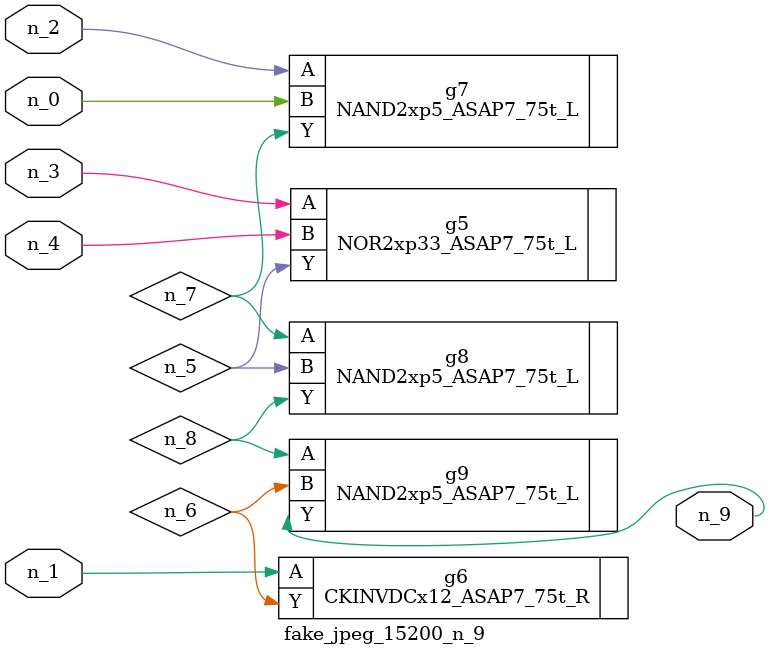
<source format=v>
module fake_jpeg_15200_n_9 (n_3, n_2, n_1, n_0, n_4, n_9);

input n_3;
input n_2;
input n_1;
input n_0;
input n_4;

output n_9;

wire n_8;
wire n_6;
wire n_5;
wire n_7;

NOR2xp33_ASAP7_75t_L g5 ( 
.A(n_3),
.B(n_4),
.Y(n_5)
);

CKINVDCx12_ASAP7_75t_R g6 ( 
.A(n_1),
.Y(n_6)
);

NAND2xp5_ASAP7_75t_L g7 ( 
.A(n_2),
.B(n_0),
.Y(n_7)
);

NAND2xp5_ASAP7_75t_L g8 ( 
.A(n_7),
.B(n_5),
.Y(n_8)
);

NAND2xp5_ASAP7_75t_L g9 ( 
.A(n_8),
.B(n_6),
.Y(n_9)
);


endmodule
</source>
